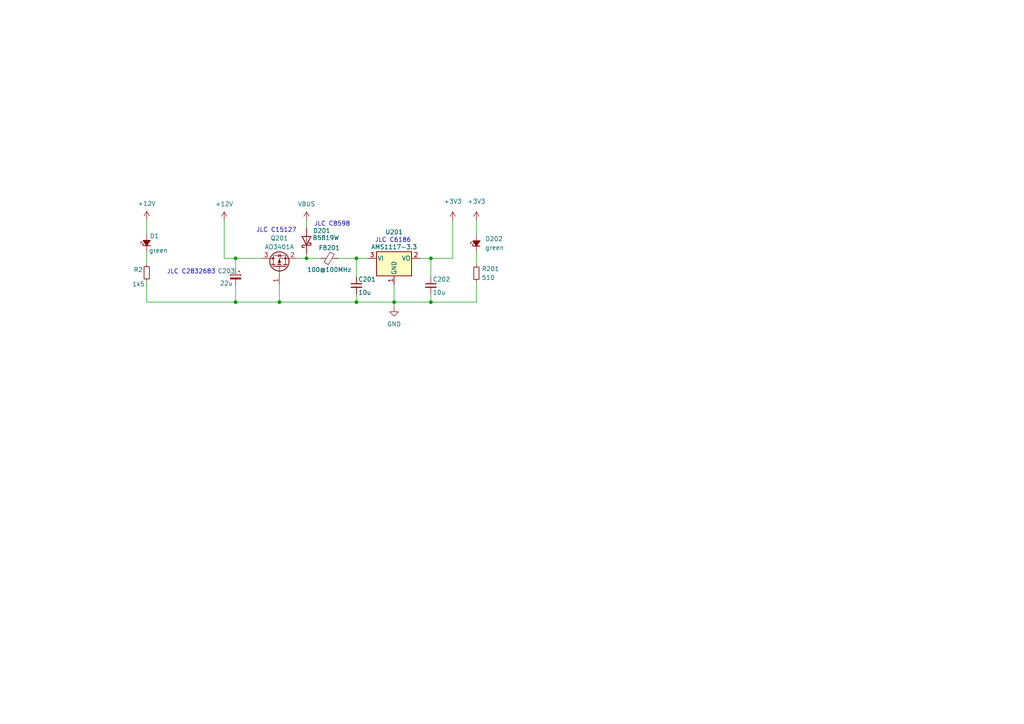
<source format=kicad_sch>
(kicad_sch (version 20211123) (generator eeschema)
  (paper "A4")
  (title_block (title "Power Management Circuitry") (date "2023-04-29"))
  (lib_symbols
    (symbol "Device:C_Polarized_Small" (pin_numbers hide) (pin_names (offset 0.254) hide)
      (property "Reference" "C" (at 0.254 1.778 0))
      (property "Value" "C_Polarized_Small" (at 0.254 -2.032 0))
      (symbol "C_Polarized_Small_0_1"
        (rectangle (start -1.524 -0.3048) (end 1.524 -0.6858) (fill (type outline)))
        (rectangle (start -1.524 0.6858) (end 1.524 0.3048))
        (polyline (pts (xy -1.27 1.524) (xy -0.762 1.524)))
        (polyline (pts (xy -1.016 1.27) (xy -1.016 1.778)))
      )
      (symbol "C_Polarized_Small_1_1"
        (pin passive line (at 0 2.54 270) (length 1.8542) (name "~") (number "1"))
        (pin passive line (at 0 -2.54 90) (length 1.8542) (name "~") (number "2"))
      )
    )
    (symbol "Device:C_Small" (pin_numbers hide) (pin_names (offset 0.254) hide)
      (property "Reference" "C" (at 0.254 1.778 0))
      (property "Value" "C_Small" (at 0.254 -2.032 0))
      (symbol "C_Small_0_1"
        (polyline (pts (xy -1.524 -0.508) (xy 1.524 -0.508)) (stroke (width 0.3302)))
        (polyline (pts (xy -1.524 0.508) (xy 1.524 0.508)) (stroke (width 0.3048)))
      )
      (symbol "C_Small_1_1"
        (pin passive line (at 0 2.54 270) (length 2.032) (name "~") (number "1"))
        (pin passive line (at 0 -2.54 90) (length 2.032) (name "~") (number "2"))
      )
    )
    (symbol "Device:D_Schottky" (pin_numbers hide) (pin_names (offset 1.016) hide)
      (property "Reference" "D" (at 0 2.54 0))
      (property "Value" "D_Schottky" (at 0 -2.54 0))
      (symbol "D_Schottky_0_1"
        (polyline (pts (xy 1.27 0) (xy -1.27 0)))
        (polyline (pts (xy 1.27 1.27) (xy 1.27 -1.27) (xy -1.27 0) (xy 1.27 1.27)) (stroke (width 0.254)))
        (polyline (pts (xy -1.905 0.635) (xy -1.905 1.27) (xy -1.27 1.27) (xy -1.27 -1.27) (xy -0.635 -1.27) (xy -0.635 -0.635)) (stroke (width 0.254)))
      )
      (symbol "D_Schottky_1_1"
        (pin passive line (at -3.81 0 0) (length 2.54) (name "K") (number "1"))
        (pin passive line (at 3.81 0 180) (length 2.54) (name "A") (number "2"))
      )
    )
    (symbol "Device:FerriteBead_Small" (pin_numbers hide) (pin_names (offset 0))
      (property "Reference" "FB" (at 1.905 1.27 0))
      (property "Value" "FerriteBead_Small" (at 1.905 -1.27 0))
      (symbol "FerriteBead_Small_0_1"
        (polyline (pts (xy 0 -1.27) (xy 0 -0.7874)))
        (polyline (pts (xy 0 0.889) (xy 0 1.2954)))
        (polyline (pts (xy -1.8288 0.2794) (xy -1.1176 1.4986) (xy 1.8288 -0.2032) (xy 1.1176 -1.4224) (xy -1.8288 0.2794)))
      )
      (symbol "FerriteBead_Small_1_1"
        (pin passive line (at 0 2.54 270) (length 1.27) (name "~") (number "1"))
        (pin passive line (at 0 -2.54 90) (length 1.27) (name "~") (number "2"))
      )
    )
    (symbol "Device:LED_Small_Filled" (pin_numbers hide) (pin_names (offset 0.254) hide)
      (property "Reference" "D" (at -1.27 3.175 0))
      (property "Value" "LED_Small_Filled" (at -4.445 -2.54 0))
      (symbol "LED_Small_Filled_0_1"
        (polyline (pts (xy -0.762 -1.016) (xy -0.762 1.016)) (stroke (width 0.254)))
        (polyline (pts (xy 1.016 0) (xy -0.762 0)))
        (polyline (pts (xy 0.762 -1.016) (xy -0.762 0) (xy 0.762 1.016) (xy 0.762 -1.016)) (stroke (width 0.254)) (fill (type outline)))
        (polyline (pts (xy 0 0.762) (xy -0.508 1.27) (xy -0.254 1.27) (xy -0.508 1.27) (xy -0.508 1.016)))
        (polyline (pts (xy 0.508 1.27) (xy 0 1.778) (xy 0.254 1.778) (xy 0 1.778) (xy 0 1.524)))
      )
      (symbol "LED_Small_Filled_1_1"
        (pin passive line (at -2.54 0 0) (length 1.778) (name "K") (number "1"))
        (pin passive line (at 2.54 0 180) (length 1.778) (name "A") (number "2"))
      )
    )
    (symbol "Device:R_Small" (pin_numbers hide) (pin_names (offset 0.254) hide)
      (property "Reference" "R" (at 0.762 0.508 0))
      (property "Value" "R_Small" (at 0.762 -1.016 0))
      (symbol "R_Small_0_1"
        (rectangle (start -0.762 1.778) (end 0.762 -1.778) (stroke (width 0.2032)))
      )
      (symbol "R_Small_1_1"
        (pin passive line (at 0 2.54 270) (length 0.762) (name "~") (number "1"))
        (pin passive line (at 0 -2.54 90) (length 0.762) (name "~") (number "2"))
      )
    )
    (symbol "Regulator_Linear:AMS1117-3.3" (pin_names (offset 0.254))
      (property "Reference" "U" (at -3.81 3.175 0))
      (property "Value" "AMS1117-3.3" (at 0 3.175 0))
      (symbol "AMS1117-3.3_0_1"
        (rectangle (start -5.08 -5.08) (end 5.08 1.905) (stroke (width 0.254)) (fill (type background)))
      )
      (symbol "AMS1117-3.3_1_1"
        (pin power_in line (at 0 -7.62 90) (length 2.54) (name "GND") (number "1"))
        (pin power_out line (at 7.62 0 180) (length 2.54) (name "VO") (number "2"))
        (pin power_in line (at -7.62 0 0) (length 2.54) (name "VI") (number "3"))
      )
    )
    (symbol "Transistor_FET:AO3401A" (pin_names hide)
      (property "Reference" "Q" (at 5.08 1.905 0))
      (property "Value" "AO3401A" (at 5.08 0 0))
      (symbol "AO3401A_0_1"
        (polyline (pts (xy 0.254 0) (xy -2.54 0)))
        (polyline (pts (xy 0.254 1.905) (xy 0.254 -1.905)) (stroke (width 0.254)))
        (polyline (pts (xy 0.762 -1.27) (xy 0.762 -2.286)) (stroke (width 0.254)))
        (polyline (pts (xy 0.762 0.508) (xy 0.762 -0.508)) (stroke (width 0.254)))
        (polyline (pts (xy 0.762 2.286) (xy 0.762 1.27)) (stroke (width 0.254)))
        (polyline (pts (xy 2.54 2.54) (xy 2.54 1.778)))
        (polyline (pts (xy 2.54 -2.54) (xy 2.54 0) (xy 0.762 0)))
        (polyline (pts (xy 0.762 1.778) (xy 3.302 1.778) (xy 3.302 -1.778) (xy 0.762 -1.778)))
        (polyline (pts (xy 2.286 0) (xy 1.27 0.381) (xy 1.27 -0.381) (xy 2.286 0)) (fill (type outline)))
        (polyline (pts (xy 2.794 -0.508) (xy 2.921 -0.381) (xy 3.683 -0.381) (xy 3.81 -0.254)))
        (polyline (pts (xy 3.302 -0.381) (xy 2.921 0.254) (xy 3.683 0.254) (xy 3.302 -0.381)))
        (circle (center 1.651 0) (radius 2.794) (stroke (width 0.254)))
        (circle (center 2.54 -1.778) (radius 0.254) (fill (type outline)))
        (circle (center 2.54 1.778) (radius 0.254) (fill (type outline)))
      )
      (symbol "AO3401A_1_1"
        (pin input line (at -5.08 0 0) (length 2.54) (name "G") (number "1"))
        (pin passive line (at 2.54 -5.08 90) (length 2.54) (name "S") (number "2"))
        (pin passive line (at 2.54 5.08 270) (length 2.54) (name "D") (number "3"))
      )
    )
    (symbol "power:+12V" (power) (pin_names (offset 0))
      (property "Value" "+12V" (at 0 3.556 0))
      (symbol "+12V_0_1"
        (polyline (pts (xy -0.762 1.27) (xy 0 2.54)))
        (polyline (pts (xy 0 0) (xy 0 2.54)))
        (polyline (pts (xy 0 2.54) (xy 0.762 1.27)))
      )
      (symbol "+12V_1_1"
        (pin power_in line (at 0 0 90) (length 0) hide (name "+12V") (number "1"))
      )
    )
    (symbol "power:+3V3" (power) (pin_names (offset 0))
      (property "Value" "+3V3" (at 0 3.556 0))
      (symbol "+3V3_0_1"
        (polyline (pts (xy -0.762 1.27) (xy 0 2.54)))
        (polyline (pts (xy 0 0) (xy 0 2.54)))
        (polyline (pts (xy 0 2.54) (xy 0.762 1.27)))
      )
      (symbol "+3V3_1_1"
        (pin power_in line (at 0 0 90) (length 0) hide (name "+3V3") (number "1"))
      )
    )
    (symbol "power:GND" (power) (pin_names (offset 0))
      (property "Value" "GND" (at 0 -3.81 0))
      (symbol "GND_0_1"
        (polyline (pts (xy 0 0) (xy 0 -1.27) (xy 1.27 -1.27) (xy 0 -2.54) (xy -1.27 -1.27) (xy 0 -1.27)))
      )
      (symbol "GND_1_1"
        (pin power_in line (at 0 0 270) (length 0) hide (name "GND") (number "1"))
      )
    )
    (symbol "power:VBUS" (power) (pin_names (offset 0))
      (property "Value" "VBUS" (at 0 3.81 0))
      (symbol "VBUS_0_1"
        (polyline (pts (xy -0.762 1.27) (xy 0 2.54)))
        (polyline (pts (xy 0 0) (xy 0 2.54)))
        (polyline (pts (xy 0 2.54) (xy 0.762 1.27)))
      )
      (symbol "VBUS_1_1"
        (pin power_in line (at 0 0 90) (length 0) hide (name "VBUS") (number "1"))
      )
    )
  )
  (junction (at 81.026 87.63))
  (junction (at 68.326 87.63))
  (junction (at 68.326 74.93))
  (junction (at 103.378 87.63))
  (junction (at 124.968 74.93))
  (junction (at 103.378 74.93))
  (junction (at 88.9 74.93))
  (junction (at 114.3 87.63))
  (junction (at 124.968 87.63))
  (wire (pts (xy 65.024 74.93) (xy 68.326 74.93)))
  (wire (pts (xy 98.044 74.93) (xy 103.378 74.93)))
  (wire (pts (xy 88.9 64.008) (xy 88.9 66.04)))
  (wire (pts (xy 131.318 64.008) (xy 131.318 74.93)))
  (wire (pts (xy 68.326 87.63) (xy 81.026 87.63)))
  (wire (pts (xy 103.378 87.63) (xy 81.026 87.63)))
  (wire (pts (xy 124.968 80.264) (xy 124.968 74.93)))
  (wire (pts (xy 68.326 74.93) (xy 68.326 77.724)))
  (wire (pts (xy 114.3 82.55) (xy 114.3 87.63)))
  (wire (pts (xy 124.968 85.344) (xy 124.968 87.63)))
  (wire (pts (xy 124.968 87.63) (xy 114.3 87.63)))
  (wire (pts (xy 42.545 87.63) (xy 68.326 87.63)))
  (wire (pts (xy 114.3 89.154) (xy 114.3 87.63)))
  (wire (pts (xy 138.176 87.63) (xy 124.968 87.63)))
  (wire (pts (xy 42.545 63.881) (xy 42.545 67.945)))
  (wire (pts (xy 88.9 74.93) (xy 92.964 74.93)))
  (wire (pts (xy 68.326 87.63) (xy 68.326 82.804)))
  (wire (pts (xy 138.176 73.152) (xy 138.176 76.708)))
  (wire (pts (xy 42.545 73.025) (xy 42.545 76.581)))
  (wire (pts (xy 86.106 74.93) (xy 88.9 74.93)))
  (wire (pts (xy 103.378 74.93) (xy 106.68 74.93)))
  (wire (pts (xy 138.176 64.008) (xy 138.176 68.072)))
  (wire (pts (xy 88.9 73.66) (xy 88.9 74.93)))
  (wire (pts (xy 138.176 81.788) (xy 138.176 87.63)))
  (wire (pts (xy 103.378 74.93) (xy 103.378 80.264)))
  (wire (pts (xy 81.026 87.63) (xy 81.026 82.55)))
  (wire (pts (xy 114.3 87.63) (xy 103.378 87.63)))
  (wire (pts (xy 131.318 74.93) (xy 124.968 74.93)))
  (wire (pts (xy 124.968 74.93) (xy 121.92 74.93)))
  (wire (pts (xy 103.378 87.63) (xy 103.378 85.344)))
  (wire (pts (xy 68.326 74.93) (xy 75.946 74.93)))
  (wire (pts (xy 65.024 74.93) (xy 65.024 64.008)))
  (wire (pts (xy 42.545 81.661) (xy 42.545 87.63)))
  (text "JLC C15127" (at 74.295 67.564 0) (effects (font (size 1.27 1.27)) (justify left bottom)))
  (text "JLC C6186" (at 108.712 70.485 0) (effects (font (size 1.27 1.27)) (justify left bottom)))
  (text "JLC C8598" (at 91.059 65.786 0) (effects (font (size 1.27 1.27)) (justify left bottom)))
  (text "JLC C2832683" (at 48.387 79.629 0) (effects (font (size 1.27 1.27)) (justify left bottom)))
  (symbol (lib_id "Transistor_FET:AO3401A") (at 81.026 77.47 90) (unit 1)
    (property "Reference" "Q201" (at 81.026 69.088 90))
    (property "Value" "AO3401A" (at 81.026 71.628 90))
    (property "Footprint" "Package_TO_SOT_SMD:SOT-23" (effects hide))
    (property "Datasheet" "http://www.aosmd.com/pdfs/datasheet/AO3401A.pdf" (effects hide))
  )
  (symbol (lib_id "power:VBUS") (at 88.9 64.008 0) (unit 1)
    (property "Reference" "#PWR0202" (effects hide))
    (property "Value" "VBUS" (at 88.9 59.182 0))
  )
  (symbol (lib_id "Device:C_Small") (at 103.378 82.804 0) (unit 1)
    (property "Reference" "C201" (at 103.886 81.026 0) (effects (justify left)))
    (property "Value" "10u" (at 103.886 84.836 0) (effects (justify left)))
    (property "Footprint" "Capacitor_SMD:C_0603_1608Metric" (effects hide))
  )
  (symbol (lib_id "Device:LED_Small_Filled") (at 42.545 70.485 90) (unit 1)
    (property "Reference" "D1" (at 43.434 68.453 90) (effects (justify right)))
    (property "Value" "green" (at 43.18 72.644 90) (effects (justify right)))
    (property "Footprint" "LED_SMD:LED_0603_1608Metric" (effects hide))
  )
  (symbol (lib_id "Device:D_Schottky") (at 88.9 69.85 90) (unit 1)
    (property "Reference" "D201" (at 95.885 66.929 90) (effects (justify left)))
    (property "Value" "B5819W" (at 98.425 68.961 90) (effects (justify left)))
    (property "Footprint" "Diode_SMD:D_SOD-123" (effects hide))
  )
  (symbol (lib_id "power:+12V") (at 65.024 64.008 0) (unit 1)
    (property "Reference" "#PWR0201" (effects hide))
    (property "Value" "+12V" (at 65.024 59.182 0))
  )
  (symbol (lib_id "Device:R_Small") (at 42.545 79.121 0) (unit 1)
    (property "Reference" "R2" (at 38.735 78.232 0) (effects (justify left)))
    (property "Value" "1k5" (at 38.354 82.423 0) (effects (justify left)))
    (property "Footprint" "Resistor_SMD:R_0603_1608Metric" (effects hide))
  )
  (symbol (lib_id "power:+3V3") (at 131.318 64.008 0) (unit 1)
    (property "Reference" "#PWR0204" (effects hide))
    (property "Value" "+3V3" (at 131.318 58.42 0))
  )
  (symbol (lib_id "Device:LED_Small_Filled") (at 138.176 70.612 90) (unit 1)
    (property "Reference" "D202" (at 140.716 69.2784 90) (effects (justify right)))
    (property "Value" "green" (at 140.716 71.8184 90) (effects (justify right)))
    (property "Footprint" "LED_SMD:LED_0603_1608Metric" (effects hide))
  )
  (symbol (lib_id "Regulator_Linear:AMS1117-3.3") (at 114.3 74.93 0) (unit 1)
    (property "Reference" "U201" (at 114.3 67.31 0))
    (property "Value" "AMS1117-3.3" (at 114.3 71.628 0))
    (property "Footprint" "Package_TO_SOT_SMD:SOT-223-3_TabPin2" (effects hide))
    (property "Datasheet" "http://www.advanced-monolithic.com/pdf/ds1117.pdf" (effects hide))
  )
  (symbol (lib_id "power:+12V") (at 42.545 63.881 0) (unit 1)
    (property "Reference" "#PWR05" (effects hide))
    (property "Value" "+12V" (at 42.545 59.055 0))
  )
  (symbol (lib_id "power:+3V3") (at 138.176 64.008 0) (unit 1)
    (property "Reference" "#PWR0205" (effects hide))
    (property "Value" "+3V3" (at 138.176 58.42 0))
  )
  (symbol (lib_id "Device:C_Polarized_Small") (at 68.326 80.264 0) (mirror y) (unit 1)
    (property "Reference" "C203" (at 63.119 78.613 0) (effects (justify right)))
    (property "Value" "22u" (at 63.754 82.169 0) (effects (justify right)))
    (property "Footprint" "Capacitor_Tantalum_SMD:CP_EIA-6032-15_Kemet-U" (effects hide))
  )
  (symbol (lib_id "power:GND") (at 114.3 89.154 0) (unit 1)
    (property "Reference" "#PWR0203" (effects hide))
    (property "Value" "GND" (at 114.3 93.98 0))
  )
  (symbol (lib_id "Device:FerriteBead_Small") (at 95.504 74.93 90) (unit 1)
    (property "Reference" "FB201" (at 95.504 71.882 90))
    (property "Value" "100@100MHz" (at 95.504 78.232 90))
    (property "Footprint" "Inductor_SMD:L_0805_2012Metric" (effects hide))
  )
  (symbol (lib_id "Device:R_Small") (at 138.176 79.248 0) (unit 1)
    (property "Reference" "R201" (at 139.7 77.9779 0) (effects (justify left)))
    (property "Value" "510" (at 139.7 80.5179 0) (effects (justify left)))
    (property "Footprint" "Resistor_SMD:R_0603_1608Metric" (effects hide))
  )
  (symbol (lib_id "Device:C_Small") (at 124.968 82.804 0) (unit 1)
    (property "Reference" "C202" (at 125.476 81.026 0) (effects (justify left)))
    (property "Value" "10u" (at 125.476 84.836 0) (effects (justify left)))
    (property "Footprint" "Capacitor_SMD:C_0603_1608Metric" (effects hide))
  )
)
</source>
